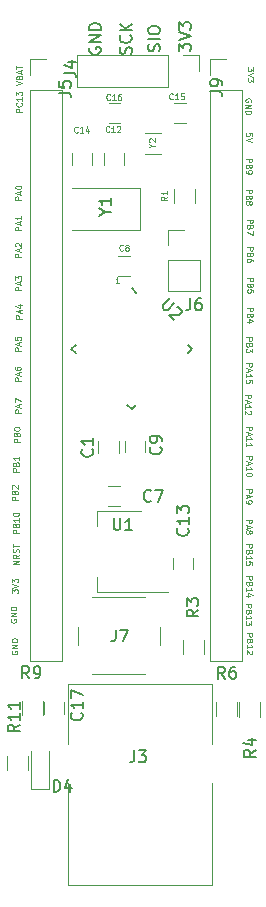
<source format=gbr>
G04 #@! TF.FileFunction,Legend,Top*
%FSLAX46Y46*%
G04 Gerber Fmt 4.6, Leading zero omitted, Abs format (unit mm)*
G04 Created by KiCad (PCBNEW 4.0.7) date 03/25/21 13:56:31*
%MOMM*%
%LPD*%
G01*
G04 APERTURE LIST*
%ADD10C,0.100000*%
%ADD11C,0.150000*%
%ADD12C,0.120000*%
G04 APERTURE END LIST*
D10*
X67280857Y-51762190D02*
X66995143Y-51762190D01*
X67138000Y-51762190D02*
X67138000Y-51262190D01*
X67090381Y-51333619D01*
X67042762Y-51381238D01*
X66995143Y-51405048D01*
D11*
X68302762Y-32361714D02*
X68350381Y-32218857D01*
X68350381Y-31980761D01*
X68302762Y-31885523D01*
X68255143Y-31837904D01*
X68159905Y-31790285D01*
X68064667Y-31790285D01*
X67969429Y-31837904D01*
X67921810Y-31885523D01*
X67874190Y-31980761D01*
X67826571Y-32171238D01*
X67778952Y-32266476D01*
X67731333Y-32314095D01*
X67636095Y-32361714D01*
X67540857Y-32361714D01*
X67445619Y-32314095D01*
X67398000Y-32266476D01*
X67350381Y-32171238D01*
X67350381Y-31933142D01*
X67398000Y-31790285D01*
X68255143Y-30790285D02*
X68302762Y-30837904D01*
X68350381Y-30980761D01*
X68350381Y-31075999D01*
X68302762Y-31218857D01*
X68207524Y-31314095D01*
X68112286Y-31361714D01*
X67921810Y-31409333D01*
X67778952Y-31409333D01*
X67588476Y-31361714D01*
X67493238Y-31314095D01*
X67398000Y-31218857D01*
X67350381Y-31075999D01*
X67350381Y-30980761D01*
X67398000Y-30837904D01*
X67445619Y-30790285D01*
X68350381Y-30361714D02*
X67350381Y-30361714D01*
X68350381Y-29790285D02*
X67778952Y-30218857D01*
X67350381Y-29790285D02*
X67921810Y-30361714D01*
X70702762Y-32123619D02*
X70750381Y-31980762D01*
X70750381Y-31742666D01*
X70702762Y-31647428D01*
X70655143Y-31599809D01*
X70559905Y-31552190D01*
X70464667Y-31552190D01*
X70369429Y-31599809D01*
X70321810Y-31647428D01*
X70274190Y-31742666D01*
X70226571Y-31933143D01*
X70178952Y-32028381D01*
X70131333Y-32076000D01*
X70036095Y-32123619D01*
X69940857Y-32123619D01*
X69845619Y-32076000D01*
X69798000Y-32028381D01*
X69750381Y-31933143D01*
X69750381Y-31695047D01*
X69798000Y-31552190D01*
X70750381Y-31123619D02*
X69750381Y-31123619D01*
X69750381Y-30456953D02*
X69750381Y-30266476D01*
X69798000Y-30171238D01*
X69893238Y-30076000D01*
X70083714Y-30028381D01*
X70417048Y-30028381D01*
X70607524Y-30076000D01*
X70702762Y-30171238D01*
X70750381Y-30266476D01*
X70750381Y-30456953D01*
X70702762Y-30552191D01*
X70607524Y-30647429D01*
X70417048Y-30695048D01*
X70083714Y-30695048D01*
X69893238Y-30647429D01*
X69798000Y-30552191D01*
X69750381Y-30456953D01*
X64798000Y-31837904D02*
X64750381Y-31933142D01*
X64750381Y-32075999D01*
X64798000Y-32218857D01*
X64893238Y-32314095D01*
X64988476Y-32361714D01*
X65178952Y-32409333D01*
X65321810Y-32409333D01*
X65512286Y-32361714D01*
X65607524Y-32314095D01*
X65702762Y-32218857D01*
X65750381Y-32075999D01*
X65750381Y-31980761D01*
X65702762Y-31837904D01*
X65655143Y-31790285D01*
X65321810Y-31790285D01*
X65321810Y-31980761D01*
X65750381Y-31361714D02*
X64750381Y-31361714D01*
X65750381Y-30790285D01*
X64750381Y-30790285D01*
X65750381Y-30314095D02*
X64750381Y-30314095D01*
X64750381Y-30076000D01*
X64798000Y-29933142D01*
X64893238Y-29837904D01*
X64988476Y-29790285D01*
X65178952Y-29742666D01*
X65321810Y-29742666D01*
X65512286Y-29790285D01*
X65607524Y-29837904D01*
X65702762Y-29933142D01*
X65750381Y-30076000D01*
X65750381Y-30314095D01*
X72350381Y-32114095D02*
X72350381Y-31495047D01*
X72731333Y-31828381D01*
X72731333Y-31685523D01*
X72778952Y-31590285D01*
X72826571Y-31542666D01*
X72921810Y-31495047D01*
X73159905Y-31495047D01*
X73255143Y-31542666D01*
X73302762Y-31590285D01*
X73350381Y-31685523D01*
X73350381Y-31971238D01*
X73302762Y-32066476D01*
X73255143Y-32114095D01*
X72350381Y-31209333D02*
X73350381Y-30876000D01*
X72350381Y-30542666D01*
X72350381Y-30304571D02*
X72350381Y-29685523D01*
X72731333Y-30018857D01*
X72731333Y-29875999D01*
X72778952Y-29780761D01*
X72826571Y-29733142D01*
X72921810Y-29685523D01*
X73159905Y-29685523D01*
X73255143Y-29733142D01*
X73302762Y-29780761D01*
X73350381Y-29875999D01*
X73350381Y-30161714D01*
X73302762Y-30256952D01*
X73255143Y-30304571D01*
D10*
X78671810Y-33496954D02*
X78671810Y-33806477D01*
X78481333Y-33639811D01*
X78481333Y-33711239D01*
X78457524Y-33758858D01*
X78433714Y-33782668D01*
X78386095Y-33806477D01*
X78267048Y-33806477D01*
X78219429Y-33782668D01*
X78195619Y-33758858D01*
X78171810Y-33711239D01*
X78171810Y-33568382D01*
X78195619Y-33520763D01*
X78219429Y-33496954D01*
X78671810Y-33949334D02*
X78171810Y-34116001D01*
X78671810Y-34282667D01*
X78671810Y-34401715D02*
X78671810Y-34711238D01*
X78481333Y-34544572D01*
X78481333Y-34616000D01*
X78457524Y-34663619D01*
X78433714Y-34687429D01*
X78386095Y-34711238D01*
X78267048Y-34711238D01*
X78219429Y-34687429D01*
X78195619Y-34663619D01*
X78171810Y-34616000D01*
X78171810Y-34473143D01*
X78195619Y-34425524D01*
X78219429Y-34401715D01*
X78458000Y-36415047D02*
X78481810Y-36367428D01*
X78481810Y-36296000D01*
X78458000Y-36224571D01*
X78410381Y-36176952D01*
X78362762Y-36153143D01*
X78267524Y-36129333D01*
X78196095Y-36129333D01*
X78100857Y-36153143D01*
X78053238Y-36176952D01*
X78005619Y-36224571D01*
X77981810Y-36296000D01*
X77981810Y-36343619D01*
X78005619Y-36415047D01*
X78029429Y-36438857D01*
X78196095Y-36438857D01*
X78196095Y-36343619D01*
X77981810Y-36653143D02*
X78481810Y-36653143D01*
X77981810Y-36938857D01*
X78481810Y-36938857D01*
X77981810Y-37176953D02*
X78481810Y-37176953D01*
X78481810Y-37296000D01*
X78458000Y-37367429D01*
X78410381Y-37415048D01*
X78362762Y-37438857D01*
X78267524Y-37462667D01*
X78196095Y-37462667D01*
X78100857Y-37438857D01*
X78053238Y-37415048D01*
X78005619Y-37367429D01*
X77981810Y-37296000D01*
X77981810Y-37176953D01*
X78531810Y-39310763D02*
X78531810Y-39072668D01*
X78293714Y-39048858D01*
X78317524Y-39072668D01*
X78341333Y-39120287D01*
X78341333Y-39239334D01*
X78317524Y-39286953D01*
X78293714Y-39310763D01*
X78246095Y-39334572D01*
X78127048Y-39334572D01*
X78079429Y-39310763D01*
X78055619Y-39286953D01*
X78031810Y-39239334D01*
X78031810Y-39120287D01*
X78055619Y-39072668D01*
X78079429Y-39048858D01*
X78531810Y-39477429D02*
X78031810Y-39644096D01*
X78531810Y-39810762D01*
X78031810Y-41226953D02*
X78531810Y-41226953D01*
X78531810Y-41417429D01*
X78508000Y-41465048D01*
X78484190Y-41488857D01*
X78436571Y-41512667D01*
X78365143Y-41512667D01*
X78317524Y-41488857D01*
X78293714Y-41465048D01*
X78269905Y-41417429D01*
X78269905Y-41226953D01*
X78293714Y-41893619D02*
X78269905Y-41965048D01*
X78246095Y-41988857D01*
X78198476Y-42012667D01*
X78127048Y-42012667D01*
X78079429Y-41988857D01*
X78055619Y-41965048D01*
X78031810Y-41917429D01*
X78031810Y-41726953D01*
X78531810Y-41726953D01*
X78531810Y-41893619D01*
X78508000Y-41941238D01*
X78484190Y-41965048D01*
X78436571Y-41988857D01*
X78388952Y-41988857D01*
X78341333Y-41965048D01*
X78317524Y-41941238D01*
X78293714Y-41893619D01*
X78293714Y-41726953D01*
X78031810Y-42250762D02*
X78031810Y-42346000D01*
X78055619Y-42393619D01*
X78079429Y-42417429D01*
X78150857Y-42465048D01*
X78246095Y-42488857D01*
X78436571Y-42488857D01*
X78484190Y-42465048D01*
X78508000Y-42441238D01*
X78531810Y-42393619D01*
X78531810Y-42298381D01*
X78508000Y-42250762D01*
X78484190Y-42226953D01*
X78436571Y-42203143D01*
X78317524Y-42203143D01*
X78269905Y-42226953D01*
X78246095Y-42250762D01*
X78222286Y-42298381D01*
X78222286Y-42393619D01*
X78246095Y-42441238D01*
X78269905Y-42465048D01*
X78317524Y-42488857D01*
X78031810Y-43846953D02*
X78531810Y-43846953D01*
X78531810Y-44037429D01*
X78508000Y-44085048D01*
X78484190Y-44108857D01*
X78436571Y-44132667D01*
X78365143Y-44132667D01*
X78317524Y-44108857D01*
X78293714Y-44085048D01*
X78269905Y-44037429D01*
X78269905Y-43846953D01*
X78293714Y-44513619D02*
X78269905Y-44585048D01*
X78246095Y-44608857D01*
X78198476Y-44632667D01*
X78127048Y-44632667D01*
X78079429Y-44608857D01*
X78055619Y-44585048D01*
X78031810Y-44537429D01*
X78031810Y-44346953D01*
X78531810Y-44346953D01*
X78531810Y-44513619D01*
X78508000Y-44561238D01*
X78484190Y-44585048D01*
X78436571Y-44608857D01*
X78388952Y-44608857D01*
X78341333Y-44585048D01*
X78317524Y-44561238D01*
X78293714Y-44513619D01*
X78293714Y-44346953D01*
X78317524Y-44918381D02*
X78341333Y-44870762D01*
X78365143Y-44846953D01*
X78412762Y-44823143D01*
X78436571Y-44823143D01*
X78484190Y-44846953D01*
X78508000Y-44870762D01*
X78531810Y-44918381D01*
X78531810Y-45013619D01*
X78508000Y-45061238D01*
X78484190Y-45085048D01*
X78436571Y-45108857D01*
X78412762Y-45108857D01*
X78365143Y-45085048D01*
X78341333Y-45061238D01*
X78317524Y-45013619D01*
X78317524Y-44918381D01*
X78293714Y-44870762D01*
X78269905Y-44846953D01*
X78222286Y-44823143D01*
X78127048Y-44823143D01*
X78079429Y-44846953D01*
X78055619Y-44870762D01*
X78031810Y-44918381D01*
X78031810Y-45013619D01*
X78055619Y-45061238D01*
X78079429Y-45085048D01*
X78127048Y-45108857D01*
X78222286Y-45108857D01*
X78269905Y-45085048D01*
X78293714Y-45061238D01*
X78317524Y-45013619D01*
X78111810Y-46376953D02*
X78611810Y-46376953D01*
X78611810Y-46567429D01*
X78588000Y-46615048D01*
X78564190Y-46638857D01*
X78516571Y-46662667D01*
X78445143Y-46662667D01*
X78397524Y-46638857D01*
X78373714Y-46615048D01*
X78349905Y-46567429D01*
X78349905Y-46376953D01*
X78373714Y-47043619D02*
X78349905Y-47115048D01*
X78326095Y-47138857D01*
X78278476Y-47162667D01*
X78207048Y-47162667D01*
X78159429Y-47138857D01*
X78135619Y-47115048D01*
X78111810Y-47067429D01*
X78111810Y-46876953D01*
X78611810Y-46876953D01*
X78611810Y-47043619D01*
X78588000Y-47091238D01*
X78564190Y-47115048D01*
X78516571Y-47138857D01*
X78468952Y-47138857D01*
X78421333Y-47115048D01*
X78397524Y-47091238D01*
X78373714Y-47043619D01*
X78373714Y-46876953D01*
X78611810Y-47329334D02*
X78611810Y-47662667D01*
X78111810Y-47448381D01*
X78111810Y-48716953D02*
X78611810Y-48716953D01*
X78611810Y-48907429D01*
X78588000Y-48955048D01*
X78564190Y-48978857D01*
X78516571Y-49002667D01*
X78445143Y-49002667D01*
X78397524Y-48978857D01*
X78373714Y-48955048D01*
X78349905Y-48907429D01*
X78349905Y-48716953D01*
X78373714Y-49383619D02*
X78349905Y-49455048D01*
X78326095Y-49478857D01*
X78278476Y-49502667D01*
X78207048Y-49502667D01*
X78159429Y-49478857D01*
X78135619Y-49455048D01*
X78111810Y-49407429D01*
X78111810Y-49216953D01*
X78611810Y-49216953D01*
X78611810Y-49383619D01*
X78588000Y-49431238D01*
X78564190Y-49455048D01*
X78516571Y-49478857D01*
X78468952Y-49478857D01*
X78421333Y-49455048D01*
X78397524Y-49431238D01*
X78373714Y-49383619D01*
X78373714Y-49216953D01*
X78611810Y-49931238D02*
X78611810Y-49836000D01*
X78588000Y-49788381D01*
X78564190Y-49764572D01*
X78492762Y-49716953D01*
X78397524Y-49693143D01*
X78207048Y-49693143D01*
X78159429Y-49716953D01*
X78135619Y-49740762D01*
X78111810Y-49788381D01*
X78111810Y-49883619D01*
X78135619Y-49931238D01*
X78159429Y-49955048D01*
X78207048Y-49978857D01*
X78326095Y-49978857D01*
X78373714Y-49955048D01*
X78397524Y-49931238D01*
X78421333Y-49883619D01*
X78421333Y-49788381D01*
X78397524Y-49740762D01*
X78373714Y-49716953D01*
X78326095Y-49693143D01*
X78141810Y-51306953D02*
X78641810Y-51306953D01*
X78641810Y-51497429D01*
X78618000Y-51545048D01*
X78594190Y-51568857D01*
X78546571Y-51592667D01*
X78475143Y-51592667D01*
X78427524Y-51568857D01*
X78403714Y-51545048D01*
X78379905Y-51497429D01*
X78379905Y-51306953D01*
X78403714Y-51973619D02*
X78379905Y-52045048D01*
X78356095Y-52068857D01*
X78308476Y-52092667D01*
X78237048Y-52092667D01*
X78189429Y-52068857D01*
X78165619Y-52045048D01*
X78141810Y-51997429D01*
X78141810Y-51806953D01*
X78641810Y-51806953D01*
X78641810Y-51973619D01*
X78618000Y-52021238D01*
X78594190Y-52045048D01*
X78546571Y-52068857D01*
X78498952Y-52068857D01*
X78451333Y-52045048D01*
X78427524Y-52021238D01*
X78403714Y-51973619D01*
X78403714Y-51806953D01*
X78641810Y-52545048D02*
X78641810Y-52306953D01*
X78403714Y-52283143D01*
X78427524Y-52306953D01*
X78451333Y-52354572D01*
X78451333Y-52473619D01*
X78427524Y-52521238D01*
X78403714Y-52545048D01*
X78356095Y-52568857D01*
X78237048Y-52568857D01*
X78189429Y-52545048D01*
X78165619Y-52521238D01*
X78141810Y-52473619D01*
X78141810Y-52354572D01*
X78165619Y-52306953D01*
X78189429Y-52283143D01*
X78111810Y-53846953D02*
X78611810Y-53846953D01*
X78611810Y-54037429D01*
X78588000Y-54085048D01*
X78564190Y-54108857D01*
X78516571Y-54132667D01*
X78445143Y-54132667D01*
X78397524Y-54108857D01*
X78373714Y-54085048D01*
X78349905Y-54037429D01*
X78349905Y-53846953D01*
X78373714Y-54513619D02*
X78349905Y-54585048D01*
X78326095Y-54608857D01*
X78278476Y-54632667D01*
X78207048Y-54632667D01*
X78159429Y-54608857D01*
X78135619Y-54585048D01*
X78111810Y-54537429D01*
X78111810Y-54346953D01*
X78611810Y-54346953D01*
X78611810Y-54513619D01*
X78588000Y-54561238D01*
X78564190Y-54585048D01*
X78516571Y-54608857D01*
X78468952Y-54608857D01*
X78421333Y-54585048D01*
X78397524Y-54561238D01*
X78373714Y-54513619D01*
X78373714Y-54346953D01*
X78445143Y-55061238D02*
X78111810Y-55061238D01*
X78635619Y-54942191D02*
X78278476Y-54823143D01*
X78278476Y-55132667D01*
X78041810Y-56366953D02*
X78541810Y-56366953D01*
X78541810Y-56557429D01*
X78518000Y-56605048D01*
X78494190Y-56628857D01*
X78446571Y-56652667D01*
X78375143Y-56652667D01*
X78327524Y-56628857D01*
X78303714Y-56605048D01*
X78279905Y-56557429D01*
X78279905Y-56366953D01*
X78303714Y-57033619D02*
X78279905Y-57105048D01*
X78256095Y-57128857D01*
X78208476Y-57152667D01*
X78137048Y-57152667D01*
X78089429Y-57128857D01*
X78065619Y-57105048D01*
X78041810Y-57057429D01*
X78041810Y-56866953D01*
X78541810Y-56866953D01*
X78541810Y-57033619D01*
X78518000Y-57081238D01*
X78494190Y-57105048D01*
X78446571Y-57128857D01*
X78398952Y-57128857D01*
X78351333Y-57105048D01*
X78327524Y-57081238D01*
X78303714Y-57033619D01*
X78303714Y-56866953D01*
X78541810Y-57319334D02*
X78541810Y-57628857D01*
X78351333Y-57462191D01*
X78351333Y-57533619D01*
X78327524Y-57581238D01*
X78303714Y-57605048D01*
X78256095Y-57628857D01*
X78137048Y-57628857D01*
X78089429Y-57605048D01*
X78065619Y-57581238D01*
X78041810Y-57533619D01*
X78041810Y-57390762D01*
X78065619Y-57343143D01*
X78089429Y-57319334D01*
X78031810Y-58554573D02*
X78531810Y-58554573D01*
X78531810Y-58745049D01*
X78508000Y-58792668D01*
X78484190Y-58816477D01*
X78436571Y-58840287D01*
X78365143Y-58840287D01*
X78317524Y-58816477D01*
X78293714Y-58792668D01*
X78269905Y-58745049D01*
X78269905Y-58554573D01*
X78174667Y-59030763D02*
X78174667Y-59268858D01*
X78031810Y-58983144D02*
X78531810Y-59149811D01*
X78031810Y-59316477D01*
X78031810Y-59745048D02*
X78031810Y-59459334D01*
X78031810Y-59602191D02*
X78531810Y-59602191D01*
X78460381Y-59554572D01*
X78412762Y-59506953D01*
X78388952Y-59459334D01*
X78531810Y-60197429D02*
X78531810Y-59959334D01*
X78293714Y-59935524D01*
X78317524Y-59959334D01*
X78341333Y-60006953D01*
X78341333Y-60126000D01*
X78317524Y-60173619D01*
X78293714Y-60197429D01*
X78246095Y-60221238D01*
X78127048Y-60221238D01*
X78079429Y-60197429D01*
X78055619Y-60173619D01*
X78031810Y-60126000D01*
X78031810Y-60006953D01*
X78055619Y-59959334D01*
X78079429Y-59935524D01*
X77951810Y-61194573D02*
X78451810Y-61194573D01*
X78451810Y-61385049D01*
X78428000Y-61432668D01*
X78404190Y-61456477D01*
X78356571Y-61480287D01*
X78285143Y-61480287D01*
X78237524Y-61456477D01*
X78213714Y-61432668D01*
X78189905Y-61385049D01*
X78189905Y-61194573D01*
X78094667Y-61670763D02*
X78094667Y-61908858D01*
X77951810Y-61623144D02*
X78451810Y-61789811D01*
X77951810Y-61956477D01*
X77951810Y-62385048D02*
X77951810Y-62099334D01*
X77951810Y-62242191D02*
X78451810Y-62242191D01*
X78380381Y-62194572D01*
X78332762Y-62146953D01*
X78308952Y-62099334D01*
X78404190Y-62575524D02*
X78428000Y-62599334D01*
X78451810Y-62646953D01*
X78451810Y-62766000D01*
X78428000Y-62813619D01*
X78404190Y-62837429D01*
X78356571Y-62861238D01*
X78308952Y-62861238D01*
X78237524Y-62837429D01*
X77951810Y-62551715D01*
X77951810Y-62861238D01*
X78041810Y-63914573D02*
X78541810Y-63914573D01*
X78541810Y-64105049D01*
X78518000Y-64152668D01*
X78494190Y-64176477D01*
X78446571Y-64200287D01*
X78375143Y-64200287D01*
X78327524Y-64176477D01*
X78303714Y-64152668D01*
X78279905Y-64105049D01*
X78279905Y-63914573D01*
X78184667Y-64390763D02*
X78184667Y-64628858D01*
X78041810Y-64343144D02*
X78541810Y-64509811D01*
X78041810Y-64676477D01*
X78041810Y-65105048D02*
X78041810Y-64819334D01*
X78041810Y-64962191D02*
X78541810Y-64962191D01*
X78470381Y-64914572D01*
X78422762Y-64866953D01*
X78398952Y-64819334D01*
X78041810Y-65581238D02*
X78041810Y-65295524D01*
X78041810Y-65438381D02*
X78541810Y-65438381D01*
X78470381Y-65390762D01*
X78422762Y-65343143D01*
X78398952Y-65295524D01*
X78041810Y-66434573D02*
X78541810Y-66434573D01*
X78541810Y-66625049D01*
X78518000Y-66672668D01*
X78494190Y-66696477D01*
X78446571Y-66720287D01*
X78375143Y-66720287D01*
X78327524Y-66696477D01*
X78303714Y-66672668D01*
X78279905Y-66625049D01*
X78279905Y-66434573D01*
X78184667Y-66910763D02*
X78184667Y-67148858D01*
X78041810Y-66863144D02*
X78541810Y-67029811D01*
X78041810Y-67196477D01*
X78041810Y-67625048D02*
X78041810Y-67339334D01*
X78041810Y-67482191D02*
X78541810Y-67482191D01*
X78470381Y-67434572D01*
X78422762Y-67386953D01*
X78398952Y-67339334D01*
X78541810Y-67934572D02*
X78541810Y-67982191D01*
X78518000Y-68029810D01*
X78494190Y-68053619D01*
X78446571Y-68077429D01*
X78351333Y-68101238D01*
X78232286Y-68101238D01*
X78137048Y-68077429D01*
X78089429Y-68053619D01*
X78065619Y-68029810D01*
X78041810Y-67982191D01*
X78041810Y-67934572D01*
X78065619Y-67886953D01*
X78089429Y-67863143D01*
X78137048Y-67839334D01*
X78232286Y-67815524D01*
X78351333Y-67815524D01*
X78446571Y-67839334D01*
X78494190Y-67863143D01*
X78518000Y-67886953D01*
X78541810Y-67934572D01*
X78011810Y-69232668D02*
X78511810Y-69232668D01*
X78511810Y-69423144D01*
X78488000Y-69470763D01*
X78464190Y-69494572D01*
X78416571Y-69518382D01*
X78345143Y-69518382D01*
X78297524Y-69494572D01*
X78273714Y-69470763D01*
X78249905Y-69423144D01*
X78249905Y-69232668D01*
X78154667Y-69708858D02*
X78154667Y-69946953D01*
X78011810Y-69661239D02*
X78511810Y-69827906D01*
X78011810Y-69994572D01*
X78011810Y-70185048D02*
X78011810Y-70280286D01*
X78035619Y-70327905D01*
X78059429Y-70351715D01*
X78130857Y-70399334D01*
X78226095Y-70423143D01*
X78416571Y-70423143D01*
X78464190Y-70399334D01*
X78488000Y-70375524D01*
X78511810Y-70327905D01*
X78511810Y-70232667D01*
X78488000Y-70185048D01*
X78464190Y-70161239D01*
X78416571Y-70137429D01*
X78297524Y-70137429D01*
X78249905Y-70161239D01*
X78226095Y-70185048D01*
X78202286Y-70232667D01*
X78202286Y-70327905D01*
X78226095Y-70375524D01*
X78249905Y-70399334D01*
X78297524Y-70423143D01*
X78011810Y-71792668D02*
X78511810Y-71792668D01*
X78511810Y-71983144D01*
X78488000Y-72030763D01*
X78464190Y-72054572D01*
X78416571Y-72078382D01*
X78345143Y-72078382D01*
X78297524Y-72054572D01*
X78273714Y-72030763D01*
X78249905Y-71983144D01*
X78249905Y-71792668D01*
X78154667Y-72268858D02*
X78154667Y-72506953D01*
X78011810Y-72221239D02*
X78511810Y-72387906D01*
X78011810Y-72554572D01*
X78297524Y-72792667D02*
X78321333Y-72745048D01*
X78345143Y-72721239D01*
X78392762Y-72697429D01*
X78416571Y-72697429D01*
X78464190Y-72721239D01*
X78488000Y-72745048D01*
X78511810Y-72792667D01*
X78511810Y-72887905D01*
X78488000Y-72935524D01*
X78464190Y-72959334D01*
X78416571Y-72983143D01*
X78392762Y-72983143D01*
X78345143Y-72959334D01*
X78321333Y-72935524D01*
X78297524Y-72887905D01*
X78297524Y-72792667D01*
X78273714Y-72745048D01*
X78249905Y-72721239D01*
X78202286Y-72697429D01*
X78107048Y-72697429D01*
X78059429Y-72721239D01*
X78035619Y-72745048D01*
X78011810Y-72792667D01*
X78011810Y-72887905D01*
X78035619Y-72935524D01*
X78059429Y-72959334D01*
X78107048Y-72983143D01*
X78202286Y-72983143D01*
X78249905Y-72959334D01*
X78273714Y-72935524D01*
X78297524Y-72887905D01*
X78031810Y-73878858D02*
X78531810Y-73878858D01*
X78531810Y-74069334D01*
X78508000Y-74116953D01*
X78484190Y-74140762D01*
X78436571Y-74164572D01*
X78365143Y-74164572D01*
X78317524Y-74140762D01*
X78293714Y-74116953D01*
X78269905Y-74069334D01*
X78269905Y-73878858D01*
X78293714Y-74545524D02*
X78269905Y-74616953D01*
X78246095Y-74640762D01*
X78198476Y-74664572D01*
X78127048Y-74664572D01*
X78079429Y-74640762D01*
X78055619Y-74616953D01*
X78031810Y-74569334D01*
X78031810Y-74378858D01*
X78531810Y-74378858D01*
X78531810Y-74545524D01*
X78508000Y-74593143D01*
X78484190Y-74616953D01*
X78436571Y-74640762D01*
X78388952Y-74640762D01*
X78341333Y-74616953D01*
X78317524Y-74593143D01*
X78293714Y-74545524D01*
X78293714Y-74378858D01*
X78031810Y-75140762D02*
X78031810Y-74855048D01*
X78031810Y-74997905D02*
X78531810Y-74997905D01*
X78460381Y-74950286D01*
X78412762Y-74902667D01*
X78388952Y-74855048D01*
X78531810Y-75593143D02*
X78531810Y-75355048D01*
X78293714Y-75331238D01*
X78317524Y-75355048D01*
X78341333Y-75402667D01*
X78341333Y-75521714D01*
X78317524Y-75569333D01*
X78293714Y-75593143D01*
X78246095Y-75616952D01*
X78127048Y-75616952D01*
X78079429Y-75593143D01*
X78055619Y-75569333D01*
X78031810Y-75521714D01*
X78031810Y-75402667D01*
X78055619Y-75355048D01*
X78079429Y-75331238D01*
X78071810Y-76588858D02*
X78571810Y-76588858D01*
X78571810Y-76779334D01*
X78548000Y-76826953D01*
X78524190Y-76850762D01*
X78476571Y-76874572D01*
X78405143Y-76874572D01*
X78357524Y-76850762D01*
X78333714Y-76826953D01*
X78309905Y-76779334D01*
X78309905Y-76588858D01*
X78333714Y-77255524D02*
X78309905Y-77326953D01*
X78286095Y-77350762D01*
X78238476Y-77374572D01*
X78167048Y-77374572D01*
X78119429Y-77350762D01*
X78095619Y-77326953D01*
X78071810Y-77279334D01*
X78071810Y-77088858D01*
X78571810Y-77088858D01*
X78571810Y-77255524D01*
X78548000Y-77303143D01*
X78524190Y-77326953D01*
X78476571Y-77350762D01*
X78428952Y-77350762D01*
X78381333Y-77326953D01*
X78357524Y-77303143D01*
X78333714Y-77255524D01*
X78333714Y-77088858D01*
X78071810Y-77850762D02*
X78071810Y-77565048D01*
X78071810Y-77707905D02*
X78571810Y-77707905D01*
X78500381Y-77660286D01*
X78452762Y-77612667D01*
X78428952Y-77565048D01*
X78405143Y-78279333D02*
X78071810Y-78279333D01*
X78595619Y-78160286D02*
X78238476Y-78041238D01*
X78238476Y-78350762D01*
X78001810Y-78958858D02*
X78501810Y-78958858D01*
X78501810Y-79149334D01*
X78478000Y-79196953D01*
X78454190Y-79220762D01*
X78406571Y-79244572D01*
X78335143Y-79244572D01*
X78287524Y-79220762D01*
X78263714Y-79196953D01*
X78239905Y-79149334D01*
X78239905Y-78958858D01*
X78263714Y-79625524D02*
X78239905Y-79696953D01*
X78216095Y-79720762D01*
X78168476Y-79744572D01*
X78097048Y-79744572D01*
X78049429Y-79720762D01*
X78025619Y-79696953D01*
X78001810Y-79649334D01*
X78001810Y-79458858D01*
X78501810Y-79458858D01*
X78501810Y-79625524D01*
X78478000Y-79673143D01*
X78454190Y-79696953D01*
X78406571Y-79720762D01*
X78358952Y-79720762D01*
X78311333Y-79696953D01*
X78287524Y-79673143D01*
X78263714Y-79625524D01*
X78263714Y-79458858D01*
X78001810Y-80220762D02*
X78001810Y-79935048D01*
X78001810Y-80077905D02*
X78501810Y-80077905D01*
X78430381Y-80030286D01*
X78382762Y-79982667D01*
X78358952Y-79935048D01*
X78501810Y-80387429D02*
X78501810Y-80696952D01*
X78311333Y-80530286D01*
X78311333Y-80601714D01*
X78287524Y-80649333D01*
X78263714Y-80673143D01*
X78216095Y-80696952D01*
X78097048Y-80696952D01*
X78049429Y-80673143D01*
X78025619Y-80649333D01*
X78001810Y-80601714D01*
X78001810Y-80458857D01*
X78025619Y-80411238D01*
X78049429Y-80387429D01*
X78081810Y-81418858D02*
X78581810Y-81418858D01*
X78581810Y-81609334D01*
X78558000Y-81656953D01*
X78534190Y-81680762D01*
X78486571Y-81704572D01*
X78415143Y-81704572D01*
X78367524Y-81680762D01*
X78343714Y-81656953D01*
X78319905Y-81609334D01*
X78319905Y-81418858D01*
X78343714Y-82085524D02*
X78319905Y-82156953D01*
X78296095Y-82180762D01*
X78248476Y-82204572D01*
X78177048Y-82204572D01*
X78129429Y-82180762D01*
X78105619Y-82156953D01*
X78081810Y-82109334D01*
X78081810Y-81918858D01*
X78581810Y-81918858D01*
X78581810Y-82085524D01*
X78558000Y-82133143D01*
X78534190Y-82156953D01*
X78486571Y-82180762D01*
X78438952Y-82180762D01*
X78391333Y-82156953D01*
X78367524Y-82133143D01*
X78343714Y-82085524D01*
X78343714Y-81918858D01*
X78081810Y-82680762D02*
X78081810Y-82395048D01*
X78081810Y-82537905D02*
X78581810Y-82537905D01*
X78510381Y-82490286D01*
X78462762Y-82442667D01*
X78438952Y-82395048D01*
X78534190Y-82871238D02*
X78558000Y-82895048D01*
X78581810Y-82942667D01*
X78581810Y-83061714D01*
X78558000Y-83109333D01*
X78534190Y-83133143D01*
X78486571Y-83156952D01*
X78438952Y-83156952D01*
X78367524Y-83133143D01*
X78081810Y-82847429D01*
X78081810Y-83156952D01*
X58208000Y-82896953D02*
X58184190Y-82944572D01*
X58184190Y-83016000D01*
X58208000Y-83087429D01*
X58255619Y-83135048D01*
X58303238Y-83158857D01*
X58398476Y-83182667D01*
X58469905Y-83182667D01*
X58565143Y-83158857D01*
X58612762Y-83135048D01*
X58660381Y-83087429D01*
X58684190Y-83016000D01*
X58684190Y-82968381D01*
X58660381Y-82896953D01*
X58636571Y-82873143D01*
X58469905Y-82873143D01*
X58469905Y-82968381D01*
X58684190Y-82658857D02*
X58184190Y-82658857D01*
X58684190Y-82373143D01*
X58184190Y-82373143D01*
X58684190Y-82135047D02*
X58184190Y-82135047D01*
X58184190Y-82016000D01*
X58208000Y-81944571D01*
X58255619Y-81896952D01*
X58303238Y-81873143D01*
X58398476Y-81849333D01*
X58469905Y-81849333D01*
X58565143Y-81873143D01*
X58612762Y-81896952D01*
X58660381Y-81944571D01*
X58684190Y-82016000D01*
X58684190Y-82135047D01*
X58128000Y-80216953D02*
X58104190Y-80264572D01*
X58104190Y-80336000D01*
X58128000Y-80407429D01*
X58175619Y-80455048D01*
X58223238Y-80478857D01*
X58318476Y-80502667D01*
X58389905Y-80502667D01*
X58485143Y-80478857D01*
X58532762Y-80455048D01*
X58580381Y-80407429D01*
X58604190Y-80336000D01*
X58604190Y-80288381D01*
X58580381Y-80216953D01*
X58556571Y-80193143D01*
X58389905Y-80193143D01*
X58389905Y-80288381D01*
X58604190Y-79978857D02*
X58104190Y-79978857D01*
X58604190Y-79693143D01*
X58104190Y-79693143D01*
X58604190Y-79455047D02*
X58104190Y-79455047D01*
X58104190Y-79336000D01*
X58128000Y-79264571D01*
X58175619Y-79216952D01*
X58223238Y-79193143D01*
X58318476Y-79169333D01*
X58389905Y-79169333D01*
X58485143Y-79193143D01*
X58532762Y-79216952D01*
X58580381Y-79264571D01*
X58604190Y-79336000D01*
X58604190Y-79455047D01*
X58224190Y-77995046D02*
X58224190Y-77685523D01*
X58414667Y-77852189D01*
X58414667Y-77780761D01*
X58438476Y-77733142D01*
X58462286Y-77709332D01*
X58509905Y-77685523D01*
X58628952Y-77685523D01*
X58676571Y-77709332D01*
X58700381Y-77733142D01*
X58724190Y-77780761D01*
X58724190Y-77923618D01*
X58700381Y-77971237D01*
X58676571Y-77995046D01*
X58224190Y-77542666D02*
X58724190Y-77375999D01*
X58224190Y-77209333D01*
X58224190Y-77090285D02*
X58224190Y-76780762D01*
X58414667Y-76947428D01*
X58414667Y-76876000D01*
X58438476Y-76828381D01*
X58462286Y-76804571D01*
X58509905Y-76780762D01*
X58628952Y-76780762D01*
X58676571Y-76804571D01*
X58700381Y-76828381D01*
X58724190Y-76876000D01*
X58724190Y-77018857D01*
X58700381Y-77066476D01*
X58676571Y-77090285D01*
X58804190Y-75557428D02*
X58304190Y-75557428D01*
X58804190Y-75271714D01*
X58304190Y-75271714D01*
X58804190Y-74747904D02*
X58566095Y-74914571D01*
X58804190Y-75033618D02*
X58304190Y-75033618D01*
X58304190Y-74843142D01*
X58328000Y-74795523D01*
X58351810Y-74771714D01*
X58399429Y-74747904D01*
X58470857Y-74747904D01*
X58518476Y-74771714D01*
X58542286Y-74795523D01*
X58566095Y-74843142D01*
X58566095Y-75033618D01*
X58780381Y-74557428D02*
X58804190Y-74485999D01*
X58804190Y-74366952D01*
X58780381Y-74319333D01*
X58756571Y-74295523D01*
X58708952Y-74271714D01*
X58661333Y-74271714D01*
X58613714Y-74295523D01*
X58589905Y-74319333D01*
X58566095Y-74366952D01*
X58542286Y-74462190D01*
X58518476Y-74509809D01*
X58494667Y-74533618D01*
X58447048Y-74557428D01*
X58399429Y-74557428D01*
X58351810Y-74533618D01*
X58328000Y-74509809D01*
X58304190Y-74462190D01*
X58304190Y-74343142D01*
X58328000Y-74271714D01*
X58304190Y-74128857D02*
X58304190Y-73843143D01*
X58804190Y-73986000D02*
X58304190Y-73986000D01*
X58804190Y-72933142D02*
X58304190Y-72933142D01*
X58304190Y-72742666D01*
X58328000Y-72695047D01*
X58351810Y-72671238D01*
X58399429Y-72647428D01*
X58470857Y-72647428D01*
X58518476Y-72671238D01*
X58542286Y-72695047D01*
X58566095Y-72742666D01*
X58566095Y-72933142D01*
X58542286Y-72266476D02*
X58566095Y-72195047D01*
X58589905Y-72171238D01*
X58637524Y-72147428D01*
X58708952Y-72147428D01*
X58756571Y-72171238D01*
X58780381Y-72195047D01*
X58804190Y-72242666D01*
X58804190Y-72433142D01*
X58304190Y-72433142D01*
X58304190Y-72266476D01*
X58328000Y-72218857D01*
X58351810Y-72195047D01*
X58399429Y-72171238D01*
X58447048Y-72171238D01*
X58494667Y-72195047D01*
X58518476Y-72218857D01*
X58542286Y-72266476D01*
X58542286Y-72433142D01*
X58804190Y-71671238D02*
X58804190Y-71956952D01*
X58804190Y-71814095D02*
X58304190Y-71814095D01*
X58375619Y-71861714D01*
X58423238Y-71909333D01*
X58447048Y-71956952D01*
X58304190Y-71361714D02*
X58304190Y-71314095D01*
X58328000Y-71266476D01*
X58351810Y-71242667D01*
X58399429Y-71218857D01*
X58494667Y-71195048D01*
X58613714Y-71195048D01*
X58708952Y-71218857D01*
X58756571Y-71242667D01*
X58780381Y-71266476D01*
X58804190Y-71314095D01*
X58804190Y-71361714D01*
X58780381Y-71409333D01*
X58756571Y-71433143D01*
X58708952Y-71456952D01*
X58613714Y-71480762D01*
X58494667Y-71480762D01*
X58399429Y-71456952D01*
X58351810Y-71433143D01*
X58328000Y-71409333D01*
X58304190Y-71361714D01*
X58704190Y-70135047D02*
X58204190Y-70135047D01*
X58204190Y-69944571D01*
X58228000Y-69896952D01*
X58251810Y-69873143D01*
X58299429Y-69849333D01*
X58370857Y-69849333D01*
X58418476Y-69873143D01*
X58442286Y-69896952D01*
X58466095Y-69944571D01*
X58466095Y-70135047D01*
X58442286Y-69468381D02*
X58466095Y-69396952D01*
X58489905Y-69373143D01*
X58537524Y-69349333D01*
X58608952Y-69349333D01*
X58656571Y-69373143D01*
X58680381Y-69396952D01*
X58704190Y-69444571D01*
X58704190Y-69635047D01*
X58204190Y-69635047D01*
X58204190Y-69468381D01*
X58228000Y-69420762D01*
X58251810Y-69396952D01*
X58299429Y-69373143D01*
X58347048Y-69373143D01*
X58394667Y-69396952D01*
X58418476Y-69420762D01*
X58442286Y-69468381D01*
X58442286Y-69635047D01*
X58251810Y-69158857D02*
X58228000Y-69135047D01*
X58204190Y-69087428D01*
X58204190Y-68968381D01*
X58228000Y-68920762D01*
X58251810Y-68896952D01*
X58299429Y-68873143D01*
X58347048Y-68873143D01*
X58418476Y-68896952D01*
X58704190Y-69182666D01*
X58704190Y-68873143D01*
X58804190Y-67715047D02*
X58304190Y-67715047D01*
X58304190Y-67524571D01*
X58328000Y-67476952D01*
X58351810Y-67453143D01*
X58399429Y-67429333D01*
X58470857Y-67429333D01*
X58518476Y-67453143D01*
X58542286Y-67476952D01*
X58566095Y-67524571D01*
X58566095Y-67715047D01*
X58542286Y-67048381D02*
X58566095Y-66976952D01*
X58589905Y-66953143D01*
X58637524Y-66929333D01*
X58708952Y-66929333D01*
X58756571Y-66953143D01*
X58780381Y-66976952D01*
X58804190Y-67024571D01*
X58804190Y-67215047D01*
X58304190Y-67215047D01*
X58304190Y-67048381D01*
X58328000Y-67000762D01*
X58351810Y-66976952D01*
X58399429Y-66953143D01*
X58447048Y-66953143D01*
X58494667Y-66976952D01*
X58518476Y-67000762D01*
X58542286Y-67048381D01*
X58542286Y-67215047D01*
X58804190Y-66453143D02*
X58804190Y-66738857D01*
X58804190Y-66596000D02*
X58304190Y-66596000D01*
X58375619Y-66643619D01*
X58423238Y-66691238D01*
X58447048Y-66738857D01*
X58884190Y-65225047D02*
X58384190Y-65225047D01*
X58384190Y-65034571D01*
X58408000Y-64986952D01*
X58431810Y-64963143D01*
X58479429Y-64939333D01*
X58550857Y-64939333D01*
X58598476Y-64963143D01*
X58622286Y-64986952D01*
X58646095Y-65034571D01*
X58646095Y-65225047D01*
X58622286Y-64558381D02*
X58646095Y-64486952D01*
X58669905Y-64463143D01*
X58717524Y-64439333D01*
X58788952Y-64439333D01*
X58836571Y-64463143D01*
X58860381Y-64486952D01*
X58884190Y-64534571D01*
X58884190Y-64725047D01*
X58384190Y-64725047D01*
X58384190Y-64558381D01*
X58408000Y-64510762D01*
X58431810Y-64486952D01*
X58479429Y-64463143D01*
X58527048Y-64463143D01*
X58574667Y-64486952D01*
X58598476Y-64510762D01*
X58622286Y-64558381D01*
X58622286Y-64725047D01*
X58384190Y-64129809D02*
X58384190Y-64082190D01*
X58408000Y-64034571D01*
X58431810Y-64010762D01*
X58479429Y-63986952D01*
X58574667Y-63963143D01*
X58693714Y-63963143D01*
X58788952Y-63986952D01*
X58836571Y-64010762D01*
X58860381Y-64034571D01*
X58884190Y-64082190D01*
X58884190Y-64129809D01*
X58860381Y-64177428D01*
X58836571Y-64201238D01*
X58788952Y-64225047D01*
X58693714Y-64248857D01*
X58574667Y-64248857D01*
X58479429Y-64225047D01*
X58431810Y-64201238D01*
X58408000Y-64177428D01*
X58384190Y-64129809D01*
X58994190Y-62729332D02*
X58494190Y-62729332D01*
X58494190Y-62538856D01*
X58518000Y-62491237D01*
X58541810Y-62467428D01*
X58589429Y-62443618D01*
X58660857Y-62443618D01*
X58708476Y-62467428D01*
X58732286Y-62491237D01*
X58756095Y-62538856D01*
X58756095Y-62729332D01*
X58851333Y-62253142D02*
X58851333Y-62015047D01*
X58994190Y-62300761D02*
X58494190Y-62134094D01*
X58994190Y-61967428D01*
X58494190Y-61848380D02*
X58494190Y-61515047D01*
X58994190Y-61729333D01*
X58954190Y-60019332D02*
X58454190Y-60019332D01*
X58454190Y-59828856D01*
X58478000Y-59781237D01*
X58501810Y-59757428D01*
X58549429Y-59733618D01*
X58620857Y-59733618D01*
X58668476Y-59757428D01*
X58692286Y-59781237D01*
X58716095Y-59828856D01*
X58716095Y-60019332D01*
X58811333Y-59543142D02*
X58811333Y-59305047D01*
X58954190Y-59590761D02*
X58454190Y-59424094D01*
X58954190Y-59257428D01*
X58454190Y-58876476D02*
X58454190Y-58971714D01*
X58478000Y-59019333D01*
X58501810Y-59043142D01*
X58573238Y-59090761D01*
X58668476Y-59114571D01*
X58858952Y-59114571D01*
X58906571Y-59090761D01*
X58930381Y-59066952D01*
X58954190Y-59019333D01*
X58954190Y-58924095D01*
X58930381Y-58876476D01*
X58906571Y-58852666D01*
X58858952Y-58828857D01*
X58739905Y-58828857D01*
X58692286Y-58852666D01*
X58668476Y-58876476D01*
X58644667Y-58924095D01*
X58644667Y-59019333D01*
X58668476Y-59066952D01*
X58692286Y-59090761D01*
X58739905Y-59114571D01*
X58974190Y-57499332D02*
X58474190Y-57499332D01*
X58474190Y-57308856D01*
X58498000Y-57261237D01*
X58521810Y-57237428D01*
X58569429Y-57213618D01*
X58640857Y-57213618D01*
X58688476Y-57237428D01*
X58712286Y-57261237D01*
X58736095Y-57308856D01*
X58736095Y-57499332D01*
X58831333Y-57023142D02*
X58831333Y-56785047D01*
X58974190Y-57070761D02*
X58474190Y-56904094D01*
X58974190Y-56737428D01*
X58474190Y-56332666D02*
X58474190Y-56570761D01*
X58712286Y-56594571D01*
X58688476Y-56570761D01*
X58664667Y-56523142D01*
X58664667Y-56404095D01*
X58688476Y-56356476D01*
X58712286Y-56332666D01*
X58759905Y-56308857D01*
X58878952Y-56308857D01*
X58926571Y-56332666D01*
X58950381Y-56356476D01*
X58974190Y-56404095D01*
X58974190Y-56523142D01*
X58950381Y-56570761D01*
X58926571Y-56594571D01*
X59034190Y-54759332D02*
X58534190Y-54759332D01*
X58534190Y-54568856D01*
X58558000Y-54521237D01*
X58581810Y-54497428D01*
X58629429Y-54473618D01*
X58700857Y-54473618D01*
X58748476Y-54497428D01*
X58772286Y-54521237D01*
X58796095Y-54568856D01*
X58796095Y-54759332D01*
X58891333Y-54283142D02*
X58891333Y-54045047D01*
X59034190Y-54330761D02*
X58534190Y-54164094D01*
X59034190Y-53997428D01*
X58700857Y-53616476D02*
X59034190Y-53616476D01*
X58510381Y-53735523D02*
X58867524Y-53854571D01*
X58867524Y-53545047D01*
X59014190Y-52359332D02*
X58514190Y-52359332D01*
X58514190Y-52168856D01*
X58538000Y-52121237D01*
X58561810Y-52097428D01*
X58609429Y-52073618D01*
X58680857Y-52073618D01*
X58728476Y-52097428D01*
X58752286Y-52121237D01*
X58776095Y-52168856D01*
X58776095Y-52359332D01*
X58871333Y-51883142D02*
X58871333Y-51645047D01*
X59014190Y-51930761D02*
X58514190Y-51764094D01*
X59014190Y-51597428D01*
X58514190Y-51478380D02*
X58514190Y-51168857D01*
X58704667Y-51335523D01*
X58704667Y-51264095D01*
X58728476Y-51216476D01*
X58752286Y-51192666D01*
X58799905Y-51168857D01*
X58918952Y-51168857D01*
X58966571Y-51192666D01*
X58990381Y-51216476D01*
X59014190Y-51264095D01*
X59014190Y-51406952D01*
X58990381Y-51454571D01*
X58966571Y-51478380D01*
X58984190Y-49559332D02*
X58484190Y-49559332D01*
X58484190Y-49368856D01*
X58508000Y-49321237D01*
X58531810Y-49297428D01*
X58579429Y-49273618D01*
X58650857Y-49273618D01*
X58698476Y-49297428D01*
X58722286Y-49321237D01*
X58746095Y-49368856D01*
X58746095Y-49559332D01*
X58841333Y-49083142D02*
X58841333Y-48845047D01*
X58984190Y-49130761D02*
X58484190Y-48964094D01*
X58984190Y-48797428D01*
X58531810Y-48654571D02*
X58508000Y-48630761D01*
X58484190Y-48583142D01*
X58484190Y-48464095D01*
X58508000Y-48416476D01*
X58531810Y-48392666D01*
X58579429Y-48368857D01*
X58627048Y-48368857D01*
X58698476Y-48392666D01*
X58984190Y-48678380D01*
X58984190Y-48368857D01*
X59014190Y-47269332D02*
X58514190Y-47269332D01*
X58514190Y-47078856D01*
X58538000Y-47031237D01*
X58561810Y-47007428D01*
X58609429Y-46983618D01*
X58680857Y-46983618D01*
X58728476Y-47007428D01*
X58752286Y-47031237D01*
X58776095Y-47078856D01*
X58776095Y-47269332D01*
X58871333Y-46793142D02*
X58871333Y-46555047D01*
X59014190Y-46840761D02*
X58514190Y-46674094D01*
X59014190Y-46507428D01*
X59014190Y-46078857D02*
X59014190Y-46364571D01*
X59014190Y-46221714D02*
X58514190Y-46221714D01*
X58585619Y-46269333D01*
X58633238Y-46316952D01*
X58657048Y-46364571D01*
X59014190Y-44699332D02*
X58514190Y-44699332D01*
X58514190Y-44508856D01*
X58538000Y-44461237D01*
X58561810Y-44437428D01*
X58609429Y-44413618D01*
X58680857Y-44413618D01*
X58728476Y-44437428D01*
X58752286Y-44461237D01*
X58776095Y-44508856D01*
X58776095Y-44699332D01*
X58871333Y-44223142D02*
X58871333Y-43985047D01*
X59014190Y-44270761D02*
X58514190Y-44104094D01*
X59014190Y-43937428D01*
X58514190Y-43675523D02*
X58514190Y-43627904D01*
X58538000Y-43580285D01*
X58561810Y-43556476D01*
X58609429Y-43532666D01*
X58704667Y-43508857D01*
X58823714Y-43508857D01*
X58918952Y-43532666D01*
X58966571Y-43556476D01*
X58990381Y-43580285D01*
X59014190Y-43627904D01*
X59014190Y-43675523D01*
X58990381Y-43723142D01*
X58966571Y-43746952D01*
X58918952Y-43770761D01*
X58823714Y-43794571D01*
X58704667Y-43794571D01*
X58609429Y-43770761D01*
X58561810Y-43746952D01*
X58538000Y-43723142D01*
X58514190Y-43675523D01*
X59064190Y-37293142D02*
X58564190Y-37293142D01*
X58564190Y-37102666D01*
X58588000Y-37055047D01*
X58611810Y-37031238D01*
X58659429Y-37007428D01*
X58730857Y-37007428D01*
X58778476Y-37031238D01*
X58802286Y-37055047D01*
X58826095Y-37102666D01*
X58826095Y-37293142D01*
X59016571Y-36507428D02*
X59040381Y-36531238D01*
X59064190Y-36602666D01*
X59064190Y-36650285D01*
X59040381Y-36721714D01*
X58992762Y-36769333D01*
X58945143Y-36793142D01*
X58849905Y-36816952D01*
X58778476Y-36816952D01*
X58683238Y-36793142D01*
X58635619Y-36769333D01*
X58588000Y-36721714D01*
X58564190Y-36650285D01*
X58564190Y-36602666D01*
X58588000Y-36531238D01*
X58611810Y-36507428D01*
X59064190Y-36031238D02*
X59064190Y-36316952D01*
X59064190Y-36174095D02*
X58564190Y-36174095D01*
X58635619Y-36221714D01*
X58683238Y-36269333D01*
X58707048Y-36316952D01*
X58564190Y-35864571D02*
X58564190Y-35555048D01*
X58754667Y-35721714D01*
X58754667Y-35650286D01*
X58778476Y-35602667D01*
X58802286Y-35578857D01*
X58849905Y-35555048D01*
X58968952Y-35555048D01*
X59016571Y-35578857D01*
X59040381Y-35602667D01*
X59064190Y-35650286D01*
X59064190Y-35793143D01*
X59040381Y-35840762D01*
X59016571Y-35864571D01*
X58594190Y-34997428D02*
X59094190Y-34830761D01*
X58594190Y-34664095D01*
X58832286Y-34330762D02*
X58856095Y-34259333D01*
X58879905Y-34235524D01*
X58927524Y-34211714D01*
X58998952Y-34211714D01*
X59046571Y-34235524D01*
X59070381Y-34259333D01*
X59094190Y-34306952D01*
X59094190Y-34497428D01*
X58594190Y-34497428D01*
X58594190Y-34330762D01*
X58618000Y-34283143D01*
X58641810Y-34259333D01*
X58689429Y-34235524D01*
X58737048Y-34235524D01*
X58784667Y-34259333D01*
X58808476Y-34283143D01*
X58832286Y-34330762D01*
X58832286Y-34497428D01*
X58951333Y-34021238D02*
X58951333Y-33783143D01*
X59094190Y-34068857D02*
X58594190Y-33902190D01*
X59094190Y-33735524D01*
X58594190Y-33640286D02*
X58594190Y-33354572D01*
X59094190Y-33497429D02*
X58594190Y-33497429D01*
D12*
X72938000Y-36536000D02*
X71938000Y-36536000D01*
X71938000Y-38236000D02*
X72938000Y-38236000D01*
D11*
X73494524Y-57336000D02*
X73123293Y-57707231D01*
X63241476Y-57336000D02*
X63612707Y-56964769D01*
X68368000Y-62462524D02*
X68739231Y-62091293D01*
X68368000Y-52209476D02*
X68739231Y-52580707D01*
X63241476Y-57336000D02*
X63612707Y-57707231D01*
X68368000Y-62462524D02*
X67996769Y-62091293D01*
X73494524Y-57336000D02*
X73123293Y-56964769D01*
D12*
X71838000Y-75006000D02*
X71838000Y-76006000D01*
X73538000Y-76006000D02*
X73538000Y-75006000D01*
X65028000Y-84866000D02*
X69528000Y-84866000D01*
X63778000Y-80866000D02*
X63778000Y-82366000D01*
X69528000Y-78366000D02*
X65028000Y-78366000D01*
X70778000Y-82366000D02*
X70778000Y-80866000D01*
X77428000Y-88466000D02*
X77428000Y-87266000D01*
X79188000Y-87266000D02*
X79188000Y-88466000D01*
X65428000Y-71086000D02*
X65428000Y-72346000D01*
X65428000Y-77906000D02*
X65428000Y-76646000D01*
X69188000Y-71086000D02*
X65428000Y-71086000D01*
X71438000Y-77906000D02*
X65428000Y-77906000D01*
X68188000Y-49426000D02*
X67188000Y-49426000D01*
X67188000Y-51126000D02*
X68188000Y-51126000D01*
X63268000Y-40776000D02*
X63268000Y-41776000D01*
X64968000Y-41776000D02*
X64968000Y-40776000D01*
X59780000Y-83748000D02*
X62440000Y-83748000D01*
X59780000Y-35428000D02*
X59780000Y-83748000D01*
X62440000Y-35428000D02*
X62440000Y-83748000D01*
X59780000Y-35428000D02*
X62440000Y-35428000D01*
X59780000Y-34158000D02*
X59780000Y-32828000D01*
X59780000Y-32828000D02*
X61110000Y-32828000D01*
X75020000Y-83748000D02*
X77680000Y-83748000D01*
X75020000Y-35428000D02*
X75020000Y-83748000D01*
X77680000Y-35428000D02*
X77680000Y-83748000D01*
X75020000Y-35428000D02*
X77680000Y-35428000D01*
X75020000Y-34158000D02*
X75020000Y-32828000D01*
X75020000Y-32828000D02*
X76350000Y-32828000D01*
X63744800Y-32477400D02*
X63744800Y-35137400D01*
X71424800Y-32477400D02*
X63744800Y-32477400D01*
X71424800Y-35137400D02*
X63744800Y-35137400D01*
X71424800Y-32477400D02*
X71424800Y-35137400D01*
X72694800Y-32477400D02*
X74024800Y-32477400D01*
X74024800Y-32477400D02*
X74024800Y-33807400D01*
X62998000Y-94056000D02*
X62998000Y-102696000D01*
X62998000Y-85676000D02*
X62998000Y-90756000D01*
X75198000Y-94056000D02*
X75198000Y-102696000D01*
X75198000Y-85676000D02*
X75198000Y-90756000D01*
X75198000Y-102696000D02*
X62998000Y-102696000D01*
X62998000Y-85676000D02*
X75198000Y-85676000D01*
X65988000Y-40766000D02*
X65988000Y-41766000D01*
X67688000Y-41766000D02*
X67688000Y-40766000D01*
X66398000Y-38236000D02*
X67398000Y-38236000D01*
X67398000Y-36536000D02*
X66398000Y-36536000D01*
X72698000Y-83206000D02*
X72698000Y-82006000D01*
X74458000Y-82006000D02*
X74458000Y-83206000D01*
X75518000Y-88426000D02*
X75518000Y-87226000D01*
X77278000Y-87226000D02*
X77278000Y-88426000D01*
X57808000Y-92986000D02*
X57808000Y-91786000D01*
X59568000Y-91786000D02*
X59568000Y-92986000D01*
X67808000Y-65096000D02*
X67808000Y-66096000D01*
X69508000Y-66096000D02*
X69508000Y-65096000D01*
X62658000Y-88236000D02*
X62658000Y-87236000D01*
X60958000Y-87236000D02*
X60958000Y-88236000D01*
X61318000Y-91386000D02*
X61318000Y-94586000D01*
X59818000Y-94586000D02*
X59818000Y-91386000D01*
X59818000Y-94586000D02*
X61318000Y-94586000D01*
X60818000Y-87126000D02*
X60818000Y-88326000D01*
X59058000Y-88326000D02*
X59058000Y-87126000D01*
X70803000Y-39071000D02*
X69453000Y-39071000D01*
X70803000Y-40821000D02*
X69453000Y-40821000D01*
X63348000Y-47296000D02*
X69098000Y-47296000D01*
X69098000Y-47296000D02*
X69098000Y-43696000D01*
X69098000Y-43696000D02*
X63348000Y-43696000D01*
X67358000Y-68966000D02*
X66358000Y-68966000D01*
X66358000Y-70666000D02*
X67358000Y-70666000D01*
X65548000Y-65166000D02*
X65548000Y-66166000D01*
X67248000Y-66166000D02*
X67248000Y-65166000D01*
X73708000Y-43766000D02*
X73708000Y-44966000D01*
X71948000Y-44966000D02*
X71948000Y-43766000D01*
X71458000Y-52426000D02*
X74118000Y-52426000D01*
X71458000Y-49826000D02*
X71458000Y-52426000D01*
X74118000Y-49826000D02*
X74118000Y-52426000D01*
X71458000Y-49826000D02*
X74118000Y-49826000D01*
X71458000Y-48556000D02*
X71458000Y-47226000D01*
X71458000Y-47226000D02*
X72788000Y-47226000D01*
D10*
X71836572Y-36144571D02*
X71812762Y-36168381D01*
X71741334Y-36192190D01*
X71693715Y-36192190D01*
X71622286Y-36168381D01*
X71574667Y-36120762D01*
X71550858Y-36073143D01*
X71527048Y-35977905D01*
X71527048Y-35906476D01*
X71550858Y-35811238D01*
X71574667Y-35763619D01*
X71622286Y-35716000D01*
X71693715Y-35692190D01*
X71741334Y-35692190D01*
X71812762Y-35716000D01*
X71836572Y-35739810D01*
X72312762Y-36192190D02*
X72027048Y-36192190D01*
X72169905Y-36192190D02*
X72169905Y-35692190D01*
X72122286Y-35763619D01*
X72074667Y-35811238D01*
X72027048Y-35835048D01*
X72765143Y-35692190D02*
X72527048Y-35692190D01*
X72503238Y-35930286D01*
X72527048Y-35906476D01*
X72574667Y-35882667D01*
X72693714Y-35882667D01*
X72741333Y-35906476D01*
X72765143Y-35930286D01*
X72788952Y-35977905D01*
X72788952Y-36096952D01*
X72765143Y-36144571D01*
X72741333Y-36168381D01*
X72693714Y-36192190D01*
X72574667Y-36192190D01*
X72527048Y-36168381D01*
X72503238Y-36144571D01*
D11*
X71575234Y-53051270D02*
X71002814Y-53623690D01*
X70969142Y-53724705D01*
X70969142Y-53792048D01*
X71002814Y-53893063D01*
X71137502Y-54027751D01*
X71238517Y-54061423D01*
X71305860Y-54061423D01*
X71406875Y-54027751D01*
X71979295Y-53455331D01*
X72214997Y-53825720D02*
X72282341Y-53825720D01*
X72383356Y-53859392D01*
X72551715Y-54027751D01*
X72585387Y-54128766D01*
X72585387Y-54196110D01*
X72551715Y-54297125D01*
X72484372Y-54364468D01*
X72349685Y-54431812D01*
X71541562Y-54431812D01*
X71979295Y-54869545D01*
X73085143Y-72528857D02*
X73132762Y-72576476D01*
X73180381Y-72719333D01*
X73180381Y-72814571D01*
X73132762Y-72957429D01*
X73037524Y-73052667D01*
X72942286Y-73100286D01*
X72751810Y-73147905D01*
X72608952Y-73147905D01*
X72418476Y-73100286D01*
X72323238Y-73052667D01*
X72228000Y-72957429D01*
X72180381Y-72814571D01*
X72180381Y-72719333D01*
X72228000Y-72576476D01*
X72275619Y-72528857D01*
X73180381Y-71576476D02*
X73180381Y-72147905D01*
X73180381Y-71862191D02*
X72180381Y-71862191D01*
X72323238Y-71957429D01*
X72418476Y-72052667D01*
X72466095Y-72147905D01*
X72180381Y-71243143D02*
X72180381Y-70624095D01*
X72561333Y-70957429D01*
X72561333Y-70814571D01*
X72608952Y-70719333D01*
X72656571Y-70671714D01*
X72751810Y-70624095D01*
X72989905Y-70624095D01*
X73085143Y-70671714D01*
X73132762Y-70719333D01*
X73180381Y-70814571D01*
X73180381Y-71100286D01*
X73132762Y-71195524D01*
X73085143Y-71243143D01*
X66996667Y-81104381D02*
X66996667Y-81818667D01*
X66949047Y-81961524D01*
X66853809Y-82056762D01*
X66710952Y-82104381D01*
X66615714Y-82104381D01*
X67377619Y-81104381D02*
X68044286Y-81104381D01*
X67615714Y-82104381D01*
X78850381Y-91282666D02*
X78374190Y-91616000D01*
X78850381Y-91854095D02*
X77850381Y-91854095D01*
X77850381Y-91473142D01*
X77898000Y-91377904D01*
X77945619Y-91330285D01*
X78040857Y-91282666D01*
X78183714Y-91282666D01*
X78278952Y-91330285D01*
X78326571Y-91377904D01*
X78374190Y-91473142D01*
X78374190Y-91854095D01*
X78183714Y-90425523D02*
X78850381Y-90425523D01*
X77802762Y-90663619D02*
X78517048Y-90901714D01*
X78517048Y-90282666D01*
X66830095Y-71662381D02*
X66830095Y-72471905D01*
X66877714Y-72567143D01*
X66925333Y-72614762D01*
X67020571Y-72662381D01*
X67211048Y-72662381D01*
X67306286Y-72614762D01*
X67353905Y-72567143D01*
X67401524Y-72471905D01*
X67401524Y-71662381D01*
X68401524Y-72662381D02*
X67830095Y-72662381D01*
X68115809Y-72662381D02*
X68115809Y-71662381D01*
X68020571Y-71805238D01*
X67925333Y-71900476D01*
X67830095Y-71948095D01*
D10*
X67624667Y-48964571D02*
X67600857Y-48988381D01*
X67529429Y-49012190D01*
X67481810Y-49012190D01*
X67410381Y-48988381D01*
X67362762Y-48940762D01*
X67338953Y-48893143D01*
X67315143Y-48797905D01*
X67315143Y-48726476D01*
X67338953Y-48631238D01*
X67362762Y-48583619D01*
X67410381Y-48536000D01*
X67481810Y-48512190D01*
X67529429Y-48512190D01*
X67600857Y-48536000D01*
X67624667Y-48559810D01*
X67910381Y-48726476D02*
X67862762Y-48702667D01*
X67838953Y-48678857D01*
X67815143Y-48631238D01*
X67815143Y-48607429D01*
X67838953Y-48559810D01*
X67862762Y-48536000D01*
X67910381Y-48512190D01*
X68005619Y-48512190D01*
X68053238Y-48536000D01*
X68077048Y-48559810D01*
X68100857Y-48607429D01*
X68100857Y-48631238D01*
X68077048Y-48678857D01*
X68053238Y-48702667D01*
X68005619Y-48726476D01*
X67910381Y-48726476D01*
X67862762Y-48750286D01*
X67838953Y-48774095D01*
X67815143Y-48821714D01*
X67815143Y-48916952D01*
X67838953Y-48964571D01*
X67862762Y-48988381D01*
X67910381Y-49012190D01*
X68005619Y-49012190D01*
X68053238Y-48988381D01*
X68077048Y-48964571D01*
X68100857Y-48916952D01*
X68100857Y-48821714D01*
X68077048Y-48774095D01*
X68053238Y-48750286D01*
X68005619Y-48726476D01*
X63786572Y-38964571D02*
X63762762Y-38988381D01*
X63691334Y-39012190D01*
X63643715Y-39012190D01*
X63572286Y-38988381D01*
X63524667Y-38940762D01*
X63500858Y-38893143D01*
X63477048Y-38797905D01*
X63477048Y-38726476D01*
X63500858Y-38631238D01*
X63524667Y-38583619D01*
X63572286Y-38536000D01*
X63643715Y-38512190D01*
X63691334Y-38512190D01*
X63762762Y-38536000D01*
X63786572Y-38559810D01*
X64262762Y-39012190D02*
X63977048Y-39012190D01*
X64119905Y-39012190D02*
X64119905Y-38512190D01*
X64072286Y-38583619D01*
X64024667Y-38631238D01*
X63977048Y-38655048D01*
X64691333Y-38678857D02*
X64691333Y-39012190D01*
X64572286Y-38488381D02*
X64453238Y-38845524D01*
X64762762Y-38845524D01*
D11*
X62190381Y-35639333D02*
X62904667Y-35639333D01*
X63047524Y-35686953D01*
X63142762Y-35782191D01*
X63190381Y-35925048D01*
X63190381Y-36020286D01*
X62190381Y-34686952D02*
X62190381Y-35163143D01*
X62666571Y-35210762D01*
X62618952Y-35163143D01*
X62571333Y-35067905D01*
X62571333Y-34829809D01*
X62618952Y-34734571D01*
X62666571Y-34686952D01*
X62761810Y-34639333D01*
X62999905Y-34639333D01*
X63095143Y-34686952D01*
X63142762Y-34734571D01*
X63190381Y-34829809D01*
X63190381Y-35067905D01*
X63142762Y-35163143D01*
X63095143Y-35210762D01*
X75017381Y-35512333D02*
X75731667Y-35512333D01*
X75874524Y-35559953D01*
X75969762Y-35655191D01*
X76017381Y-35798048D01*
X76017381Y-35893286D01*
X76017381Y-34988524D02*
X76017381Y-34798048D01*
X75969762Y-34702809D01*
X75922143Y-34655190D01*
X75779286Y-34559952D01*
X75588810Y-34512333D01*
X75207857Y-34512333D01*
X75112619Y-34559952D01*
X75065000Y-34607571D01*
X75017381Y-34702809D01*
X75017381Y-34893286D01*
X75065000Y-34988524D01*
X75112619Y-35036143D01*
X75207857Y-35083762D01*
X75445952Y-35083762D01*
X75541190Y-35036143D01*
X75588810Y-34988524D01*
X75636429Y-34893286D01*
X75636429Y-34702809D01*
X75588810Y-34607571D01*
X75541190Y-34559952D01*
X75445952Y-34512333D01*
X62647581Y-33937533D02*
X63361867Y-33937533D01*
X63504724Y-33985153D01*
X63599962Y-34080391D01*
X63647581Y-34223248D01*
X63647581Y-34318486D01*
X62980914Y-33032771D02*
X63647581Y-33032771D01*
X62599962Y-33270867D02*
X63314248Y-33508962D01*
X63314248Y-32889914D01*
X68564667Y-91328381D02*
X68564667Y-92042667D01*
X68517047Y-92185524D01*
X68421809Y-92280762D01*
X68278952Y-92328381D01*
X68183714Y-92328381D01*
X68945619Y-91328381D02*
X69564667Y-91328381D01*
X69231333Y-91709333D01*
X69374191Y-91709333D01*
X69469429Y-91756952D01*
X69517048Y-91804571D01*
X69564667Y-91899810D01*
X69564667Y-92137905D01*
X69517048Y-92233143D01*
X69469429Y-92280762D01*
X69374191Y-92328381D01*
X69088476Y-92328381D01*
X68993238Y-92280762D01*
X68945619Y-92233143D01*
D10*
X66456572Y-38924571D02*
X66432762Y-38948381D01*
X66361334Y-38972190D01*
X66313715Y-38972190D01*
X66242286Y-38948381D01*
X66194667Y-38900762D01*
X66170858Y-38853143D01*
X66147048Y-38757905D01*
X66147048Y-38686476D01*
X66170858Y-38591238D01*
X66194667Y-38543619D01*
X66242286Y-38496000D01*
X66313715Y-38472190D01*
X66361334Y-38472190D01*
X66432762Y-38496000D01*
X66456572Y-38519810D01*
X66932762Y-38972190D02*
X66647048Y-38972190D01*
X66789905Y-38972190D02*
X66789905Y-38472190D01*
X66742286Y-38543619D01*
X66694667Y-38591238D01*
X66647048Y-38615048D01*
X67123238Y-38519810D02*
X67147048Y-38496000D01*
X67194667Y-38472190D01*
X67313714Y-38472190D01*
X67361333Y-38496000D01*
X67385143Y-38519810D01*
X67408952Y-38567429D01*
X67408952Y-38615048D01*
X67385143Y-38686476D01*
X67099429Y-38972190D01*
X67408952Y-38972190D01*
X66516572Y-36204571D02*
X66492762Y-36228381D01*
X66421334Y-36252190D01*
X66373715Y-36252190D01*
X66302286Y-36228381D01*
X66254667Y-36180762D01*
X66230858Y-36133143D01*
X66207048Y-36037905D01*
X66207048Y-35966476D01*
X66230858Y-35871238D01*
X66254667Y-35823619D01*
X66302286Y-35776000D01*
X66373715Y-35752190D01*
X66421334Y-35752190D01*
X66492762Y-35776000D01*
X66516572Y-35799810D01*
X66992762Y-36252190D02*
X66707048Y-36252190D01*
X66849905Y-36252190D02*
X66849905Y-35752190D01*
X66802286Y-35823619D01*
X66754667Y-35871238D01*
X66707048Y-35895048D01*
X67421333Y-35752190D02*
X67326095Y-35752190D01*
X67278476Y-35776000D01*
X67254667Y-35799810D01*
X67207048Y-35871238D01*
X67183238Y-35966476D01*
X67183238Y-36156952D01*
X67207048Y-36204571D01*
X67230857Y-36228381D01*
X67278476Y-36252190D01*
X67373714Y-36252190D01*
X67421333Y-36228381D01*
X67445143Y-36204571D01*
X67468952Y-36156952D01*
X67468952Y-36037905D01*
X67445143Y-35990286D01*
X67421333Y-35966476D01*
X67373714Y-35942667D01*
X67278476Y-35942667D01*
X67230857Y-35966476D01*
X67207048Y-35990286D01*
X67183238Y-36037905D01*
D11*
X74000381Y-79402666D02*
X73524190Y-79736000D01*
X74000381Y-79974095D02*
X73000381Y-79974095D01*
X73000381Y-79593142D01*
X73048000Y-79497904D01*
X73095619Y-79450285D01*
X73190857Y-79402666D01*
X73333714Y-79402666D01*
X73428952Y-79450285D01*
X73476571Y-79497904D01*
X73524190Y-79593142D01*
X73524190Y-79974095D01*
X73000381Y-79069333D02*
X73000381Y-78450285D01*
X73381333Y-78783619D01*
X73381333Y-78640761D01*
X73428952Y-78545523D01*
X73476571Y-78497904D01*
X73571810Y-78450285D01*
X73809905Y-78450285D01*
X73905143Y-78497904D01*
X73952762Y-78545523D01*
X74000381Y-78640761D01*
X74000381Y-78926476D01*
X73952762Y-79021714D01*
X73905143Y-79069333D01*
X76251334Y-85248381D02*
X75918000Y-84772190D01*
X75679905Y-85248381D02*
X75679905Y-84248381D01*
X76060858Y-84248381D01*
X76156096Y-84296000D01*
X76203715Y-84343619D01*
X76251334Y-84438857D01*
X76251334Y-84581714D01*
X76203715Y-84676952D01*
X76156096Y-84724571D01*
X76060858Y-84772190D01*
X75679905Y-84772190D01*
X77108477Y-84248381D02*
X76918000Y-84248381D01*
X76822762Y-84296000D01*
X76775143Y-84343619D01*
X76679905Y-84486476D01*
X76632286Y-84676952D01*
X76632286Y-85057905D01*
X76679905Y-85153143D01*
X76727524Y-85200762D01*
X76822762Y-85248381D01*
X77013239Y-85248381D01*
X77108477Y-85200762D01*
X77156096Y-85153143D01*
X77203715Y-85057905D01*
X77203715Y-84819810D01*
X77156096Y-84724571D01*
X77108477Y-84676952D01*
X77013239Y-84629333D01*
X76822762Y-84629333D01*
X76727524Y-84676952D01*
X76679905Y-84724571D01*
X76632286Y-84819810D01*
X58870381Y-89138857D02*
X58394190Y-89472191D01*
X58870381Y-89710286D02*
X57870381Y-89710286D01*
X57870381Y-89329333D01*
X57918000Y-89234095D01*
X57965619Y-89186476D01*
X58060857Y-89138857D01*
X58203714Y-89138857D01*
X58298952Y-89186476D01*
X58346571Y-89234095D01*
X58394190Y-89329333D01*
X58394190Y-89710286D01*
X58870381Y-88186476D02*
X58870381Y-88757905D01*
X58870381Y-88472191D02*
X57870381Y-88472191D01*
X58013238Y-88567429D01*
X58108476Y-88662667D01*
X58156095Y-88757905D01*
X58870381Y-87234095D02*
X58870381Y-87805524D01*
X58870381Y-87519810D02*
X57870381Y-87519810D01*
X58013238Y-87615048D01*
X58108476Y-87710286D01*
X58156095Y-87805524D01*
X70795143Y-65642666D02*
X70842762Y-65690285D01*
X70890381Y-65833142D01*
X70890381Y-65928380D01*
X70842762Y-66071238D01*
X70747524Y-66166476D01*
X70652286Y-66214095D01*
X70461810Y-66261714D01*
X70318952Y-66261714D01*
X70128476Y-66214095D01*
X70033238Y-66166476D01*
X69938000Y-66071238D01*
X69890381Y-65928380D01*
X69890381Y-65833142D01*
X69938000Y-65690285D01*
X69985619Y-65642666D01*
X70890381Y-65166476D02*
X70890381Y-64976000D01*
X70842762Y-64880761D01*
X70795143Y-64833142D01*
X70652286Y-64737904D01*
X70461810Y-64690285D01*
X70080857Y-64690285D01*
X69985619Y-64737904D01*
X69938000Y-64785523D01*
X69890381Y-64880761D01*
X69890381Y-65071238D01*
X69938000Y-65166476D01*
X69985619Y-65214095D01*
X70080857Y-65261714D01*
X70318952Y-65261714D01*
X70414190Y-65214095D01*
X70461810Y-65166476D01*
X70509429Y-65071238D01*
X70509429Y-64880761D01*
X70461810Y-64785523D01*
X70414190Y-64737904D01*
X70318952Y-64690285D01*
X64105143Y-88138857D02*
X64152762Y-88186476D01*
X64200381Y-88329333D01*
X64200381Y-88424571D01*
X64152762Y-88567429D01*
X64057524Y-88662667D01*
X63962286Y-88710286D01*
X63771810Y-88757905D01*
X63628952Y-88757905D01*
X63438476Y-88710286D01*
X63343238Y-88662667D01*
X63248000Y-88567429D01*
X63200381Y-88424571D01*
X63200381Y-88329333D01*
X63248000Y-88186476D01*
X63295619Y-88138857D01*
X64200381Y-87186476D02*
X64200381Y-87757905D01*
X64200381Y-87472191D02*
X63200381Y-87472191D01*
X63343238Y-87567429D01*
X63438476Y-87662667D01*
X63486095Y-87757905D01*
X63200381Y-86853143D02*
X63200381Y-86186476D01*
X64200381Y-86615048D01*
X61749905Y-94818381D02*
X61749905Y-93818381D01*
X61988000Y-93818381D01*
X62130858Y-93866000D01*
X62226096Y-93961238D01*
X62273715Y-94056476D01*
X62321334Y-94246952D01*
X62321334Y-94389810D01*
X62273715Y-94580286D01*
X62226096Y-94675524D01*
X62130858Y-94770762D01*
X61988000Y-94818381D01*
X61749905Y-94818381D01*
X63178477Y-94151714D02*
X63178477Y-94818381D01*
X62940381Y-93770762D02*
X62702286Y-94485048D01*
X63321334Y-94485048D01*
X59671334Y-85208381D02*
X59338000Y-84732190D01*
X59099905Y-85208381D02*
X59099905Y-84208381D01*
X59480858Y-84208381D01*
X59576096Y-84256000D01*
X59623715Y-84303619D01*
X59671334Y-84398857D01*
X59671334Y-84541714D01*
X59623715Y-84636952D01*
X59576096Y-84684571D01*
X59480858Y-84732190D01*
X59099905Y-84732190D01*
X60147524Y-85208381D02*
X60338000Y-85208381D01*
X60433239Y-85160762D01*
X60480858Y-85113143D01*
X60576096Y-84970286D01*
X60623715Y-84779810D01*
X60623715Y-84398857D01*
X60576096Y-84303619D01*
X60528477Y-84256000D01*
X60433239Y-84208381D01*
X60242762Y-84208381D01*
X60147524Y-84256000D01*
X60099905Y-84303619D01*
X60052286Y-84398857D01*
X60052286Y-84636952D01*
X60099905Y-84732190D01*
X60147524Y-84779810D01*
X60242762Y-84827429D01*
X60433239Y-84827429D01*
X60528477Y-84779810D01*
X60576096Y-84732190D01*
X60623715Y-84636952D01*
D10*
X70086095Y-40114094D02*
X70324190Y-40114094D01*
X69824190Y-40280761D02*
X70086095Y-40114094D01*
X69824190Y-39947428D01*
X69871810Y-39804571D02*
X69848000Y-39780761D01*
X69824190Y-39733142D01*
X69824190Y-39614095D01*
X69848000Y-39566476D01*
X69871810Y-39542666D01*
X69919429Y-39518857D01*
X69967048Y-39518857D01*
X70038476Y-39542666D01*
X70324190Y-39828380D01*
X70324190Y-39518857D01*
D11*
X66124190Y-45732191D02*
X66600381Y-45732191D01*
X65600381Y-46065524D02*
X66124190Y-45732191D01*
X65600381Y-45398857D01*
X66600381Y-44541714D02*
X66600381Y-45113143D01*
X66600381Y-44827429D02*
X65600381Y-44827429D01*
X65743238Y-44922667D01*
X65838476Y-45017905D01*
X65886095Y-45113143D01*
X69981334Y-70173143D02*
X69933715Y-70220762D01*
X69790858Y-70268381D01*
X69695620Y-70268381D01*
X69552762Y-70220762D01*
X69457524Y-70125524D01*
X69409905Y-70030286D01*
X69362286Y-69839810D01*
X69362286Y-69696952D01*
X69409905Y-69506476D01*
X69457524Y-69411238D01*
X69552762Y-69316000D01*
X69695620Y-69268381D01*
X69790858Y-69268381D01*
X69933715Y-69316000D01*
X69981334Y-69363619D01*
X70314667Y-69268381D02*
X70981334Y-69268381D01*
X70552762Y-70268381D01*
X65005143Y-65832666D02*
X65052762Y-65880285D01*
X65100381Y-66023142D01*
X65100381Y-66118380D01*
X65052762Y-66261238D01*
X64957524Y-66356476D01*
X64862286Y-66404095D01*
X64671810Y-66451714D01*
X64528952Y-66451714D01*
X64338476Y-66404095D01*
X64243238Y-66356476D01*
X64148000Y-66261238D01*
X64100381Y-66118380D01*
X64100381Y-66023142D01*
X64148000Y-65880285D01*
X64195619Y-65832666D01*
X65100381Y-64880285D02*
X65100381Y-65451714D01*
X65100381Y-65166000D02*
X64100381Y-65166000D01*
X64243238Y-65261238D01*
X64338476Y-65356476D01*
X64386095Y-65451714D01*
D10*
X71354190Y-44449333D02*
X71116095Y-44616000D01*
X71354190Y-44735047D02*
X70854190Y-44735047D01*
X70854190Y-44544571D01*
X70878000Y-44496952D01*
X70901810Y-44473143D01*
X70949429Y-44449333D01*
X71020857Y-44449333D01*
X71068476Y-44473143D01*
X71092286Y-44496952D01*
X71116095Y-44544571D01*
X71116095Y-44735047D01*
X71354190Y-43973143D02*
X71354190Y-44258857D01*
X71354190Y-44116000D02*
X70854190Y-44116000D01*
X70925619Y-44163619D01*
X70973238Y-44211238D01*
X70997048Y-44258857D01*
D11*
X73304667Y-53058381D02*
X73304667Y-53772667D01*
X73257047Y-53915524D01*
X73161809Y-54010762D01*
X73018952Y-54058381D01*
X72923714Y-54058381D01*
X74209429Y-53058381D02*
X74018952Y-53058381D01*
X73923714Y-53106000D01*
X73876095Y-53153619D01*
X73780857Y-53296476D01*
X73733238Y-53486952D01*
X73733238Y-53867905D01*
X73780857Y-53963143D01*
X73828476Y-54010762D01*
X73923714Y-54058381D01*
X74114191Y-54058381D01*
X74209429Y-54010762D01*
X74257048Y-53963143D01*
X74304667Y-53867905D01*
X74304667Y-53629810D01*
X74257048Y-53534571D01*
X74209429Y-53486952D01*
X74114191Y-53439333D01*
X73923714Y-53439333D01*
X73828476Y-53486952D01*
X73780857Y-53534571D01*
X73733238Y-53629810D01*
M02*

</source>
